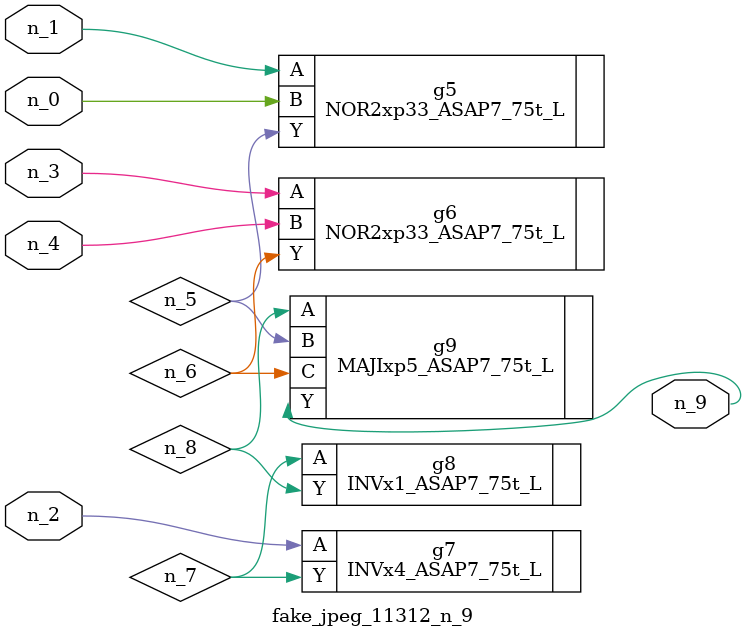
<source format=v>
module fake_jpeg_11312_n_9 (n_3, n_2, n_1, n_0, n_4, n_9);

input n_3;
input n_2;
input n_1;
input n_0;
input n_4;

output n_9;

wire n_8;
wire n_6;
wire n_5;
wire n_7;

NOR2xp33_ASAP7_75t_L g5 ( 
.A(n_1),
.B(n_0),
.Y(n_5)
);

NOR2xp33_ASAP7_75t_L g6 ( 
.A(n_3),
.B(n_4),
.Y(n_6)
);

INVx4_ASAP7_75t_L g7 ( 
.A(n_2),
.Y(n_7)
);

INVx1_ASAP7_75t_L g8 ( 
.A(n_7),
.Y(n_8)
);

MAJIxp5_ASAP7_75t_L g9 ( 
.A(n_8),
.B(n_5),
.C(n_6),
.Y(n_9)
);


endmodule
</source>
